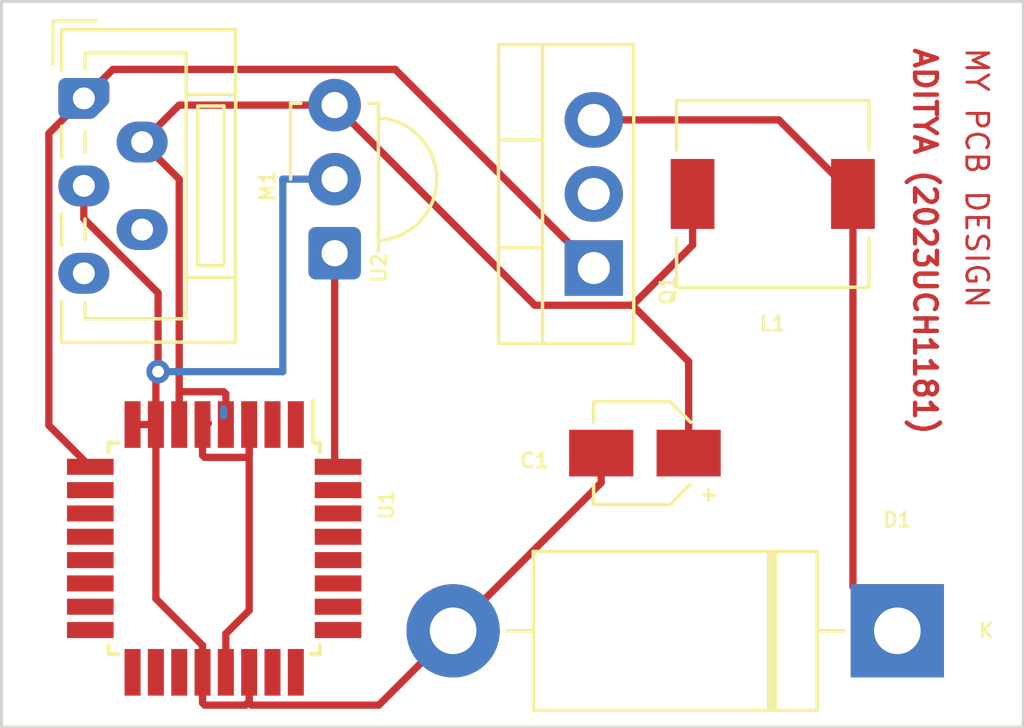
<source format=kicad_pcb>
(kicad_pcb (version 20221018) (generator pcbnew)
  (layers (0 "F.Cu" signal) (31 "B.Cu" signal) (34 "B.Paste" user) (35 "F.Paste" user) (36 "B.SilkS" user "B.Silkscreen") (37 "F.SilkS" user "F.Silkscreen") (38 "B.Mask" user) (39 "F.Mask" user) (44 "Edge.Cuts" user))
  (net 0 "")
  (net 1 "Net-(D1-K)")
  (net 2 "Net-(M1-+)")
  (net 3 "Net-(M1-PWM)")
  (net 4 "+12V")
  (net 7 "Net-(U1-GND-Pad21)")
  (net 27 "Net-(U1-PD2)")
  (net 28 "GND")
  (footprint "Capacitor_SMD:CP_Elec_3x5.3" (layer "F.Cu") (at 174.474 58.674 180)
    (fp_text reference "C1" (at 3.786 -0.254) (layer "F.SilkS") (effects (font (size 0.5 0.5) (thickness 0.1) bold)))
    (fp_text value "470uF")
    (fp_line (start -2.375 -1.435) (end -2 -1.435) (stroke (width 0.12)) (layer "F.SilkS"))
    (fp_line (start -2.1875 -1.6225) (end -2.1875 -1.2475) (stroke (width 0.12)) (layer "F.SilkS"))
    (fp_line (start -1.570563 -1.06) (end -0.870563 -1.76) (stroke (width 0.12)) (layer "F.SilkS"))
    (fp_line (start -1.570563 1.06) (end -0.870563 1.76) (stroke (width 0.12)) (layer "F.SilkS"))
    (fp_line (start -0.870563 -1.76) (end 1.76 -1.76) (stroke (width 0.12)) (layer "F.SilkS"))
    (fp_line (start -0.870563 1.76) (end 1.76 1.76) (stroke (width 0.12)) (layer "F.SilkS"))
    (fp_line (start 1.76 -1.76) (end 1.76 -1.06) (stroke (width 0.12)) (layer "F.SilkS"))
    (fp_line (start 1.76 1.76) (end 1.76 1.06) (stroke (width 0.12)) (layer "F.SilkS"))
    (pad "1" smd rect (at -1.5 0 180) (size 2.2 1.6) (layers "F.Cu" "F.Paste" "F.Mask") (net 2 "Net-(M1-+)"))
    (pad "2" smd rect (at 1.5 0 180) (size 2.2 1.6) (layers "F.Cu" "F.Paste" "F.Mask") (net 28 "GND"))
  )
  (footprint "Package_QFP:TQFP-32_7x7mm_P0.8mm" (layer "F.Cu") (at 159.698 61.944 -90)
    (fp_text reference "U1" (at -1.492 -5.91 90) (layer "F.SilkS") (effects (font (size 0.5 0.5) (thickness 0.1) bold)))
    (fp_text value "ATmega328P-A")
    (fp_line (start -3.625 -3.625) (end -3.625 -3.4) (stroke (width 0.15)) (layer "F.SilkS"))
    (fp_line (start -3.625 -3.625) (end -3.3 -3.625) (stroke (width 0.15)) (layer "F.SilkS"))
    (fp_line (start -3.625 -3.4) (end -5.05 -3.4) (stroke (width 0.15)) (layer "F.SilkS"))
    (fp_line (start -3.625 3.625) (end -3.625 3.3) (stroke (width 0.15)) (layer "F.SilkS"))
    (fp_line (start -3.625 3.625) (end -3.3 3.625) (stroke (width 0.15)) (layer "F.SilkS"))
    (fp_line (start 3.625 -3.625) (end 3.3 -3.625) (stroke (width 0.15)) (layer "F.SilkS"))
    (fp_line (start 3.625 -3.625) (end 3.625 -3.3) (stroke (width 0.15)) (layer "F.SilkS"))
    (fp_line (start 3.625 3.625) (end 3.3 3.625) (stroke (width 0.15)) (layer "F.SilkS"))
    (fp_line (start 3.625 3.625) (end 3.625 3.3) (stroke (width 0.15)) (layer "F.SilkS"))
    (pad "1" smd rect (at -4.25 -2.8 270) (size 1.6 0.55) (layers "F.Cu" "F.Paste" "F.Mask"))
    (pad "2" smd rect (at -4.25 -2 270) (size 1.6 0.55) (layers "F.Cu" "F.Paste" "F.Mask"))
    (pad "3" smd rect (at -4.25 -1.2 270) (size 1.6 0.55) (layers "F.Cu" "F.Paste" "F.Mask") (net 7 "Net-(U1-GND-Pad21)"))
    (pad "4" smd rect (at -4.25 -0.4 270) (size 1.6 0.55) (layers "F.Cu" "F.Paste" "F.Mask") (net 2 "Net-(M1-+)"))
    (pad "5" smd rect (at -4.25 0.4 270) (size 1.6 0.55) (layers "F.Cu" "F.Paste" "F.Mask") (net 7 "Net-(U1-GND-Pad21)"))
    (pad "6" smd rect (at -4.25 1.2 270) (size 1.6 0.55) (layers "F.Cu" "F.Paste" "F.Mask") (net 2 "Net-(M1-+)"))
    (pad "7" smd rect (at -4.25 2 270) (size 1.6 0.55) (layers "F.Cu" "F.Paste" "F.Mask") (net 28 "GND"))
    (pad "8" smd rect (at -4.25 2.8 270) (size 1.6 0.55) (layers "F.Cu" "F.Paste" "F.Mask") (net 28 "GND"))
    (pad "9" smd rect (at -2.8 4.25) (size 1.6 0.55) (layers "F.Cu" "F.Paste" "F.Mask") (net 3 "Net-(M1-PWM)"))
    (pad "10" smd rect (at -2 4.25) (size 1.6 0.55) (layers "F.Cu" "F.Paste" "F.Mask"))
    (pad "11" smd rect (at -1.2 4.25) (size 1.6 0.55) (layers "F.Cu" "F.Paste" "F.Mask"))
    (pad "12" smd rect (at -0.4 4.25) (size 1.6 0.55) (layers "F.Cu" "F.Paste" "F.Mask"))
    (pad "13" smd rect (at 0.4 4.25) (size 1.6 0.55) (layers "F.Cu" "F.Paste" "F.Mask"))
    (pad "14" smd rect (at 1.2 4.25) (size 1.6 0.55) (layers "F.Cu" "F.Paste" "F.Mask"))
    (pad "15" smd rect (at 2 4.25) (size 1.6 0.55) (layers "F.Cu" "F.Paste" "F.Mask"))
    (pad "16" smd rect (at 2.8 4.25) (size 1.6 0.55) (layers "F.Cu" "F.Paste" "F.Mask"))
    (pad "17" smd rect (at 4.25 2.8 270) (size 1.6 0.55) (layers "F.Cu" "F.Paste" "F.Mask"))
    (pad "18" smd rect (at 4.25 2 270) (size 1.6 0.55) (layers "F.Cu" "F.Paste" "F.Mask"))
    (pad "19" smd rect (at 4.25 1.2 270) (size 1.6 0.55) (layers "F.Cu" "F.Paste" "F.Mask"))
    (pad "20" smd rect (at 4.25 0.4 270) (size 1.6 0.55) (layers "F.Cu" "F.Paste" "F.Mask") (net 28 "GND"))
    (pad "21" smd rect (at 4.25 -0.4 270) (size 1.6 0.55) (layers "F.Cu" "F.Paste" "F.Mask") (net 7 "Net-(U1-GND-Pad21)"))
    (pad "22" smd rect (at 4.25 -1.2 270) (size 1.6 0.55) (layers "F.Cu" "F.Paste" "F.Mask") (net 28 "GND"))
    (pad "23" smd rect (at 4.25 -2 270) (size 1.6 0.55) (layers "F.Cu" "F.Paste" "F.Mask"))
    (pad "24" smd rect (at 4.25 -2.8 270) (size 1.6 0.55) (layers "F.Cu" "F.Paste" "F.Mask"))
    (pad "25" smd rect (at 2.8 -4.25) (size 1.6 0.55) (layers "F.Cu" "F.Paste" "F.Mask"))
    (pad "26" smd rect (at 2 -4.25) (size 1.6 0.55) (layers "F.Cu" "F.Paste" "F.Mask"))
    (pad "27" smd rect (at 1.2 -4.25) (size 1.6 0.55) (layers "F.Cu" "F.Paste" "F.Mask"))
    (pad "28" smd rect (at 0.4 -4.25) (size 1.6 0.55) (layers "F.Cu" "F.Paste" "F.Mask"))
    (pad "29" smd rect (at -0.4 -4.25) (size 1.6 0.55) (layers "F.Cu" "F.Paste" "F.Mask"))
    (pad "30" smd rect (at -1.2 -4.25) (size 1.6 0.55) (layers "F.Cu" "F.Paste" "F.Mask"))
    (pad "31" smd rect (at -2 -4.25) (size 1.6 0.55) (layers "F.Cu" "F.Paste" "F.Mask"))
    (pad "32" smd rect (at -2.8 -4.25) (size 1.6 0.55) (layers "F.Cu" "F.Paste" "F.Mask") (net 27 "Net-(U1-PD2)"))
  )
  (footprint "OptoDevice:Vishay_MINICAST-3Pin" (layer "F.Cu") (at 163.83 51.816 90)
    (fp_text reference "U2" (at -0.508 1.533 90) (layer "F.SilkS") (effects (font (size 0.5 0.5) (thickness 0.1) bold)))
    (fp_text value "TSOP382xx")
    (fp_line (start 5.14 -1.51) (end 2.54 -1.51) (stroke (width 0.12)) (layer "F.SilkS"))
    (fp_line (start 5.14 -1.16) (end 5.14 -1.51) (stroke (width 0.12)) (layer "F.SilkS"))
    (fp_line (start 5.14 1.16) (end 5.14 1.5) (stroke (width 0.12)) (layer "F.SilkS"))
    (fp_line (start 5.14 1.5) (end 0.05 1.5) (stroke (width 0.12)) (layer "F.SilkS"))
    (fp_arc (start 4.64 1.5) (mid 2.540869 3.502379) (end 0.440083 1.501736) (stroke (width 0.12)) (layer "F.SilkS"))
    (pad "1" thru_hole roundrect (at 0 0 90) (size 1.8 1.8) (drill 0.9) (layers "*.Cu" "*.Mask") (roundrect_rratio 0.139) (net 27 "Net-(U1-PD2)"))
    (pad "2" thru_hole circle (at 2.54 0 90) (size 1.8 1.8) (drill 0.9) (layers "*.Cu" "*.Mask") (net 28 "GND"))
    (pad "3" thru_hole circle (at 5.08 0 90) (size 1.8 1.8) (drill 0.9) (layers "*.Cu" "*.Mask") (net 2 "Net-(M1-+)"))
  )
  (footprint "Package_TO_SOT_THT:TO-220-3_Vertical" (layer "F.Cu") (at 172.72 52.324 90)
    (fp_text reference "Q1" (at -0.762 2.54 90) (layer "F.SilkS") (effects (font (size 0.5 0.5) (thickness 0.1) bold)))
    (fp_text value "IRF540N")
    (fp_line (start -2.58 -3.27) (end -2.58 1.371) (stroke (width 0.12)) (layer "F.SilkS"))
    (fp_line (start -2.58 -3.27) (end 7.66 -3.27) (stroke (width 0.12)) (layer "F.SilkS"))
    (fp_line (start -2.58 -1.76) (end 7.66 -1.76) (stroke (width 0.12)) (layer "F.SilkS"))
    (fp_line (start -2.58 1.371) (end 7.66 1.371) (stroke (width 0.12)) (layer "F.SilkS"))
    (fp_line (start 0.69 -3.27) (end 0.69 -1.76) (stroke (width 0.12)) (layer "F.SilkS"))
    (fp_line (start 4.391 -3.27) (end 4.391 -1.76) (stroke (width 0.12)) (layer "F.SilkS"))
    (fp_line (start 7.66 -3.27) (end 7.66 1.371) (stroke (width 0.12)) (layer "F.SilkS"))
    (pad "1" thru_hole rect (at 0 0 90) (size 1.905 2) (drill 1.1) (layers "*.Cu" "*.Mask") (net 3 "Net-(M1-PWM)"))
    (pad "2" thru_hole oval (at 2.54 0 90) (size 1.905 2) (drill 1.1) (layers "*.Cu" "*.Mask") (net 4 "+12V"))
    (pad "3" thru_hole oval (at 5.08 0 90) (size 1.905 2) (drill 1.1) (layers "*.Cu" "*.Mask") (net 1 "Net-(D1-K)"))
  )
  (footprint "Connector_JST:JST_ZE_B05B-ZESK-D_1x05_P1.50mm_Vertical" (layer "F.Cu") (at 155.226 46.506 -90)
    (fp_text reference "M1" (at 3 -6.3 90) (layer "F.SilkS") (effects (font (size 0.5 0.5) (thickness 0.1) bold)))
    (fp_text value "Motor_Servo")
    (fp_line (start -2.66 -0.44) (end -2.66 1.06) (stroke (width 0.12)) (layer "F.SilkS"))
    (fp_line (start -2.66 1.06) (end -1.16 1.06) (stroke (width 0.12)) (layer "F.SilkS"))
    (fp_line (start -2.36 -5.21) (end 8.36 -5.21) (stroke (width 0.12)) (layer "F.SilkS"))
    (fp_line (start -2.36 0.76) (end -2.36 -5.21) (stroke (width 0.12)) (layer "F.SilkS"))
    (fp_line (start -1.56 -3.51) (end -1.56 -0.04) (stroke (width 0.12)) (layer "F.SilkS"))
    (fp_line (start -1.56 -0.04) (end -1 -0.04) (stroke (width 0.12)) (layer "F.SilkS"))
    (fp_line (start -0.96 0.76) (end -2.36 0.76) (stroke (width 0.12)) (layer "F.SilkS"))
    (fp_line (start -0.14 -5.21) (end -0.14 -3.51) (stroke (width 0.12)) (layer "F.SilkS"))
    (fp_line (start -0.14 -3.51) (end -1.56 -3.51) (stroke (width 0.12)) (layer "F.SilkS"))
    (fp_line (start -0.14 -3.51) (end 6.14 -3.51) (stroke (width 0.12)) (layer "F.SilkS"))
    (fp_line (start 0.26 -4.81) (end 0.26 -3.91) (stroke (width 0.12)) (layer "F.SilkS"))
    (fp_line (start 0.26 -3.91) (end 5.74 -3.91) (stroke (width 0.12)) (layer "F.SilkS"))
    (fp_line (start 0.96 0.76) (end 2.04 0.76) (stroke (width 0.12)) (layer "F.SilkS"))
    (fp_line (start 1.135 -0.04) (end 1.865 -0.04) (stroke (width 0.12)) (layer "F.SilkS"))
    (fp_line (start 3.96 0.76) (end 5.04 0.76) (stroke (width 0.12)) (layer "F.SilkS"))
    (fp_line (start 4.135 -0.04) (end 4.865 -0.04) (stroke (width 0.12)) (layer "F.SilkS"))
    (fp_line (start 5.74 -4.81) (end 0.26 -4.81) (stroke (width 0.12)) (layer "F.SilkS"))
    (fp_line (start 5.74 -3.91) (end 5.74 -4.81) (stroke (width 0.12)) (layer "F.SilkS"))
    (fp_line (start 6.14 -5.21) (end -0.14 -5.21) (stroke (width 0.12)) (layer "F.SilkS"))
    (fp_line (start 6.14 -3.51) (end 6.14 -5.21) (stroke (width 0.12)) (layer "F.SilkS"))
    (fp_line (start 6.14 -3.51) (end 7.56 -3.51) (stroke (width 0.12)) (layer "F.SilkS"))
    (fp_line (start 7.56 -3.51) (end 7.56 -0.04) (stroke (width 0.12)) (layer "F.SilkS"))
    (fp_line (start 7.56 -0.04) (end 7 -0.04) (stroke (width 0.12)) (layer "F.SilkS"))
    (fp_line (start 8.36 -5.21) (end 8.36 0.76) (stroke (width 0.12)) (layer "F.SilkS"))
    (fp_line (start 8.36 0.76) (end 6.96 0.76) (stroke (width 0.12)) (layer "F.SilkS"))
    (pad "1" thru_hole custom (at 0 0 270) (size 1.117157 1.117157) (drill 0.75) (layers "*.Cu" "*.Mask") (net 3 "Net-(M1-PWM)") (options (clearance outline) (anchor circle)) (primitives (gr_poly (pts (xy 0.45 -0.225) (xy 0.45 0.625) (xy -0.45 0.625) (xy -0.45 -0.625) (xy 0.05 -0.625)) (width 0.5) (fill yes))))
    (pad "2" thru_hole oval (at 1.5 -2 270) (size 1.4 1.75) (drill 0.75) (layers "*.Cu" "*.Mask") (net 2 "Net-(M1-+)"))
    (pad "3" thru_hole oval (at 3 0 270) (size 1.4 1.75) (drill 0.75) (layers "*.Cu" "*.Mask") (net 28 "GND"))
    (pad "4" thru_hole oval (at 4.5 -2 270) (size 1.4 1.75) (drill 0.75) (layers "*.Cu" "*.Mask"))
    (pad "5" thru_hole oval (at 6 0 270) (size 1.4 1.75) (drill 0.75) (layers "*.Cu" "*.Mask"))
  )
  (footprint "Inductor_SMD:L_6.3x6.3_H3" (layer "F.Cu") (at 178.86 49.784 180)
    (fp_text reference "L1" (at 0 -4.45) (layer "F.SilkS") (effects (font (size 0.5 0.5) (thickness 0.1) bold)))
    (fp_text value "47uH")
    (fp_line (start -3.3 -3.2) (end 3.3 -3.2) (stroke (width 0.12)) (layer "F.SilkS"))
    (fp_line (start -3.3 -1.5) (end -3.3 -3.2) (stroke (width 0.12)) (layer "F.SilkS"))
    (fp_line (start -3.3 3.2) (end -3.3 1.5) (stroke (width 0.12)) (layer "F.SilkS"))
    (fp_line (start 3.3 -3.2) (end 3.3 -1.5) (stroke (width 0.12)) (layer "F.SilkS"))
    (fp_line (start 3.3 1.5) (end 3.3 3.2) (stroke (width 0.12)) (layer "F.SilkS"))
    (fp_line (start 3.3 3.2) (end -3.3 3.2) (stroke (width 0.12)) (layer "F.SilkS"))
    (pad "1" smd rect (at -2.75 0 180) (size 1.5 2.4) (layers "F.Cu" "F.Paste" "F.Mask") (net 1 "Net-(D1-K)"))
    (pad "2" smd rect (at 2.75 0 180) (size 1.5 2.4) (layers "F.Cu" "F.Paste" "F.Mask") (net 2 "Net-(M1-+)"))
  )
  (footprint "Diode_THT:D_DO-201AD_P15.24mm_Horizontal" (layer "F.Cu") (at 183.134 64.77 180)
    (fp_text reference "D1" (at 0 3.81) (layer "F.SilkS") (effects (font (size 0.5 0.5) (thickness 0.1) bold)))
    (fp_text value "1N5822")
    (fp_text user "K" (at -3.048 0) (layer "F.SilkS") (effects (font (size 0.5 0.5) (thickness 0.1) bold)))
    (fp_line (start 1.84 0) (end 2.75 0) (stroke (width 0.12)) (layer "F.SilkS"))
    (fp_line (start 2.75 -2.72) (end 2.75 2.72) (stroke (width 0.12)) (layer "F.SilkS"))
    (fp_line (start 2.75 2.72) (end 12.49 2.72) (stroke (width 0.12)) (layer "F.SilkS"))
    (fp_line (start 4.175 -2.72) (end 4.175 2.72) (stroke (width 0.12)) (layer "F.SilkS"))
    (fp_line (start 4.295 -2.72) (end 4.295 2.72) (stroke (width 0.12)) (layer "F.SilkS"))
    (fp_line (start 4.415 -2.72) (end 4.415 2.72) (stroke (width 0.12)) (layer "F.SilkS"))
    (fp_line (start 12.49 -2.72) (end 2.75 -2.72) (stroke (width 0.12)) (layer "F.SilkS"))
    (fp_line (start 12.49 2.72) (end 12.49 -2.72) (stroke (width 0.12)) (layer "F.SilkS"))
    (fp_line (start 13.4 0) (end 12.49 0) (stroke (width 0.12)) (layer "F.SilkS"))
    (pad "1" thru_hole rect (at 0 0 180) (size 3.2 3.2) (drill 1.6) (layers "*.Cu" "*.Mask") (net 1 "Net-(D1-K)"))
    (pad "2" thru_hole oval (at 15.24 0 180) (size 3.2 3.2) (drill 1.6) (layers "*.Cu" "*.Mask") (net 28 "GND"))
  )
  (gr_rect (start 152.4 43.18) (end 187.452 68.072) (stroke (width 0.1)) (fill none) (layer "Edge.Cuts"))
  (gr_text "MY PCB DESIGN" (at 185.42 44.704 270) (layer "F.Cu") (effects (font (size 0.75 0.75) (thickness 0.1)) (justify left bottom)))
  (gr_text "ADITYA (2023UCH1181)" (at 183.642 44.704 270) (layer "F.Cu") (effects (font (size 0.75 0.75)) (justify left bottom)))
  (segment (start 181.61 49.784) (end 181.61 63.246) (width 0.25) (layer "F.Cu") (net 1))
  (segment (start 181.61 63.246) (end 183.134 64.77) (width 0.25) (layer "F.Cu") (net 1))
  (segment (start 181.61 49.784) (end 179.07 47.244) (width 0.25) (layer "F.Cu") (net 1))
  (segment (start 179.07 47.244) (end 172.72 47.244) (width 0.25) (layer "F.Cu") (net 1))
  (segment (start 170.6955 53.6015) (end 163.83 46.736) (width 0.25) (layer "F.Cu") (net 2))
  (segment (start 176.11 51.5365) (end 174.045 53.6015) (width 0.25) (layer "F.Cu") (net 2))
  (segment (start 157.226 48.006) (end 158.498 49.278) (width 0.25) (layer "F.Cu") (net 2))
  (segment (start 175.974 55.5305) (end 174.045 53.6015) (width 0.25) (layer "F.Cu") (net 2))
  (segment (start 158.498 56.644) (end 158.573 56.569) (width 0.25) (layer "F.Cu") (net 2))
  (segment (start 176.11 49.784) (end 176.11 51.5365) (width 0.25) (layer "F.Cu") (net 2))
  (segment (start 163.83 46.736) (end 158.496 46.736) (width 0.25) (layer "F.Cu") (net 2))
  (segment (start 158.496 46.736) (end 157.226 48.006) (width 0.25) (layer "F.Cu") (net 2))
  (segment (start 158.498 49.278) (end 158.498 57.694) (width 0.25) (layer "F.Cu") (net 2))
  (segment (start 160.098 56.644) (end 160.098 57.694) (width 0.25) (layer "F.Cu") (net 2))
  (segment (start 158.573 56.569) (end 160.023 56.569) (width 0.25) (layer "F.Cu") (net 2))
  (segment (start 175.974 58.674) (end 175.974 55.5305) (width 0.25) (layer "F.Cu") (net 2))
  (segment (start 158.498 57.694) (end 158.498 56.644) (width 0.25) (layer "F.Cu") (net 2))
  (segment (start 160.023 56.569) (end 160.098 56.644) (width 0.25) (layer "F.Cu") (net 2))
  (segment (start 174.045 53.6015) (end 170.6955 53.6015) (width 0.25) (layer "F.Cu") (net 2))
  (segment (start 160.02 57.15) (end 160.02 57.404) (width 0.25) (layer "B.Cu") (net 2))
  (segment (start 154.026 47.706) (end 154.026 57.722) (width 0.25) (layer "F.Cu") (net 3))
  (segment (start 155.226 46.506) (end 156.221 45.511) (width 0.25) (layer "F.Cu") (net 3))
  (segment (start 156.221 45.511) (end 165.907 45.511) (width 0.25) (layer "F.Cu") (net 3))
  (segment (start 165.907 45.511) (end 172.72 52.324) (width 0.25) (layer "F.Cu") (net 3))
  (segment (start 155.226 46.506) (end 154.026 47.706) (width 0.25) (layer "F.Cu") (net 3))
  (segment (start 154.026 57.722) (end 155.448 59.144) (width 0.25) (layer "F.Cu") (net 3))
  (segment (start 159.334 57.658) (end 159.298 57.694) (width 0.25) (layer "F.Cu") (net 7))
  (segment (start 160.898 58.744) (end 160.898 57.694) (width 0.25) (layer "F.Cu") (net 7))
  (segment (start 159.298 57.694) (end 159.298 58.744) (width 0.25) (layer "F.Cu") (net 7))
  (segment (start 159.373 58.819) (end 160.823 58.819) (width 0.25) (layer "F.Cu") (net 7))
  (segment (start 159.298 58.744) (end 159.373 58.819) (width 0.25) (layer "F.Cu") (net 7))
  (segment (start 159.498 57.658) (end 159.334 57.658) (width 0.25) (layer "F.Cu") (net 7))
  (segment (start 160.098 64.869) (end 160.098 66.194) (width 0.25) (layer "F.Cu") (net 7))
  (segment (start 160.898 57.694) (end 160.898 64.069) (width 0.25) (layer "F.Cu") (net 7))
  (segment (start 160.898 64.069) (end 160.098 64.869) (width 0.25) (layer "F.Cu") (net 7))
  (segment (start 160.823 58.819) (end 160.898 58.744) (width 0.25) (layer "F.Cu") (net 7))
  (segment (start 163.83 59.026) (end 163.948 59.144) (width 0.25) (layer "F.Cu") (net 27))
  (segment (start 163.83 51.816) (end 163.83 59.026) (width 0.25) (layer "F.Cu") (net 27))
  (segment (start 157.698 63.669) (end 159.298 65.269) (width 0.25) (layer "F.Cu") (net 28))
  (segment (start 155.226 50.630569) (end 157.773 53.177569) (width 0.25) (layer "F.Cu") (net 28))
  (segment (start 157.698 57.694) (end 157.698 55.955) (width 0.25) (layer "F.Cu") (net 28))
  (segment (start 173.526 58.122) (end 172.974 58.674) (width 0.25) (layer "F.Cu") (net 28))
  (segment (start 167.894 64.77) (end 172.974 59.69) (width 0.25) (layer "F.Cu") (net 28))
  (segment (start 160.898 67.244) (end 160.973 67.319) (width 0.25) (layer "F.Cu") (net 28))
  (segment (start 160.898 67.194) (end 160.898 66.194) (width 0.25) (layer "F.Cu") (net 28))
  (segment (start 159.298 65.269) (end 159.298 66.194) (width 0.25) (layer "F.Cu") (net 28))
  (segment (start 157.698 55.955) (end 157.773 55.88) (width 0.25) (layer "F.Cu") (net 28))
  (segment (start 157.698 57.694) (end 157.698 63.669) (width 0.25) (layer "F.Cu") (net 28))
  (segment (start 155.226 49.506) (end 155.226 50.630569) (width 0.25) (layer "F.Cu") (net 28))
  (segment (start 157.734 57.658) (end 157.698 57.694) (width 0.25) (layer "F.Cu") (net 28))
  (segment (start 159.298 67.244) (end 159.373 67.319) (width 0.25) (layer "F.Cu") (net 28))
  (segment (start 157.773 53.177569) (end 157.773 55.88) (width 0.25) (layer "F.Cu") (net 28))
  (segment (start 156.898 57.694) (end 157.698 57.694) (width 0.25) (layer "F.Cu") (net 28))
  (segment (start 172.974 59.69) (end 172.974 58.674) (width 0.25) (layer "F.Cu") (net 28))
  (segment (start 160.773 67.319) (end 160.898 67.194) (width 0.25) (layer "F.Cu") (net 28))
  (segment (start 160.898 66.194) (end 160.898 67.244) (width 0.25) (layer "F.Cu") (net 28))
  (segment (start 165.345 67.319) (end 167.894 64.77) (width 0.25) (layer "F.Cu") (net 28))
  (segment (start 159.373 67.319) (end 160.773 67.319) (width 0.25) (layer "F.Cu") (net 28))
  (segment (start 159.298 66.194) (end 159.298 67.244) (width 0.25) (layer "F.Cu") (net 28))
  (segment (start 160.973 67.319) (end 165.345 67.319) (width 0.25) (layer "F.Cu") (net 28))
  (via (at 157.773 55.88) (size 0.8) (drill 0.4) (layers "F.Cu" "B.Cu") (net 28))
  (via (at 157.773 55.88) (size 0.8) (drill 0.4) (layers "F.Cu" "B.Cu") (net 28))
  (segment (start 162.052 49.276) (end 163.83 49.276) (width 0.25) (layer "B.Cu") (net 28))
  (segment (start 162.052 55.88) (end 162.052 49.276) (width 0.25) (layer "B.Cu") (net 28))
  (segment (start 157.773 55.88) (end 162.052 55.88) (width 0.25) (layer "B.Cu") (net 28))
)
</source>
